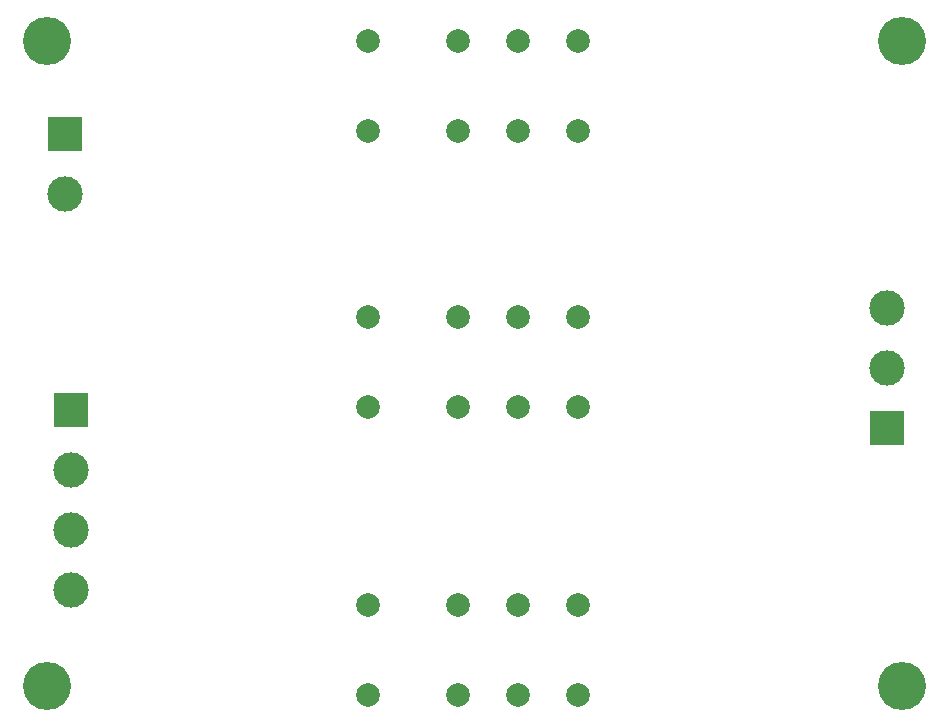
<source format=gtl>
G04 (created by PCBNEW (2013-07-07 BZR 4022)-stable) date 4/17/2015 7:39:26 PM*
%MOIN*%
G04 Gerber Fmt 3.4, Leading zero omitted, Abs format*
%FSLAX34Y34*%
G01*
G70*
G90*
G04 APERTURE LIST*
%ADD10C,0.00590551*%
%ADD11C,0.0787*%
%ADD12R,0.1181X0.1181*%
%ADD13C,0.1181*%
%ADD14C,0.16*%
G04 APERTURE END LIST*
G54D10*
G54D11*
X60700Y-44500D03*
X63700Y-44500D03*
X65700Y-44500D03*
X67700Y-44500D03*
X67700Y-41500D03*
X65700Y-41500D03*
X63700Y-41500D03*
X60700Y-41500D03*
X60700Y-53700D03*
X63700Y-53700D03*
X65700Y-53700D03*
X67700Y-53700D03*
X67700Y-50700D03*
X65700Y-50700D03*
X63700Y-50700D03*
X60700Y-50700D03*
X60700Y-63300D03*
X63700Y-63300D03*
X65700Y-63300D03*
X67700Y-63300D03*
X67700Y-60300D03*
X65700Y-60300D03*
X63700Y-60300D03*
X60700Y-60300D03*
G54D12*
X78000Y-54400D03*
G54D13*
X78000Y-52400D03*
X78000Y-50400D03*
G54D12*
X50600Y-44600D03*
G54D13*
X50600Y-46600D03*
G54D12*
X50800Y-53800D03*
G54D13*
X50800Y-55800D03*
X50800Y-57800D03*
X50800Y-59800D03*
G54D14*
X78500Y-41500D03*
X78500Y-63000D03*
X50000Y-41500D03*
X50000Y-63000D03*
M02*

</source>
